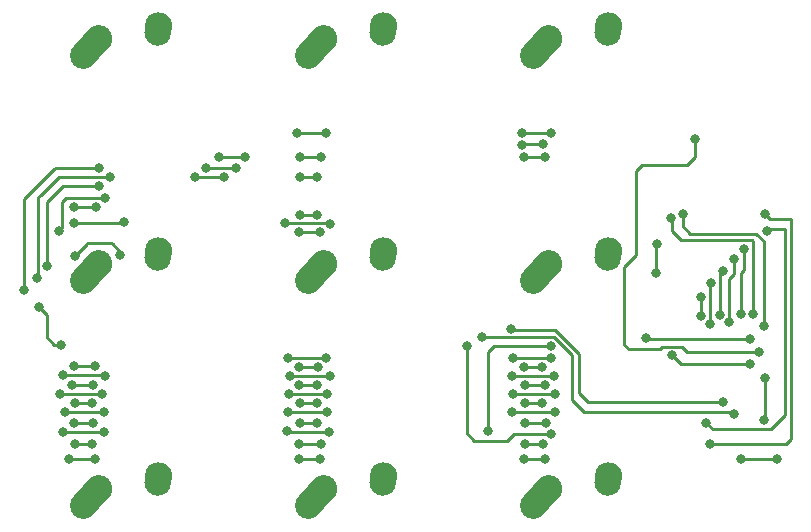
<source format=gbl>
%TF.GenerationSoftware,KiCad,Pcbnew,(6.0.9)*%
%TF.CreationDate,2022-12-29T20:17:03-06:00*%
%TF.ProjectId,Programmable Keys,50726f67-7261-46d6-9d61-626c65204b65,rev?*%
%TF.SameCoordinates,Original*%
%TF.FileFunction,Copper,L2,Bot*%
%TF.FilePolarity,Positive*%
%FSLAX46Y46*%
G04 Gerber Fmt 4.6, Leading zero omitted, Abs format (unit mm)*
G04 Created by KiCad (PCBNEW (6.0.9)) date 2022-12-29 20:17:03*
%MOMM*%
%LPD*%
G01*
G04 APERTURE LIST*
G04 Aperture macros list*
%AMHorizOval*
0 Thick line with rounded ends*
0 $1 width*
0 $2 $3 position (X,Y) of the first rounded end (center of the circle)*
0 $4 $5 position (X,Y) of the second rounded end (center of the circle)*
0 Add line between two ends*
20,1,$1,$2,$3,$4,$5,0*
0 Add two circle primitives to create the rounded ends*
1,1,$1,$2,$3*
1,1,$1,$4,$5*%
G04 Aperture macros list end*
%TA.AperFunction,ComponentPad*%
%ADD10C,2.250000*%
%TD*%
%TA.AperFunction,ComponentPad*%
%ADD11HorizOval,2.250000X0.655001X0.730000X-0.655001X-0.730000X0*%
%TD*%
%TA.AperFunction,ComponentPad*%
%ADD12HorizOval,2.250000X0.020000X0.290000X-0.020000X-0.290000X0*%
%TD*%
%TA.AperFunction,ViaPad*%
%ADD13C,0.800000*%
%TD*%
%TA.AperFunction,Conductor*%
%ADD14C,0.250000*%
%TD*%
G04 APERTURE END LIST*
D10*
%TO.P,MX8,1,COL*%
%TO.N,COL9*%
X184031250Y-96012500D03*
D11*
X183376251Y-96742500D03*
D10*
%TO.P,MX8,2,ROW*%
%TO.N,Net-(D6-Pad2)*%
X189071250Y-94932500D03*
D12*
X189051250Y-95222500D03*
%TD*%
D10*
%TO.P,MX1,1,COL*%
%TO.N,COL8*%
X164981250Y-57912500D03*
D11*
X164326251Y-58642500D03*
D10*
%TO.P,MX1,2,ROW*%
%TO.N,Net-(D1-Pad2)*%
X170021250Y-56832500D03*
D12*
X170001250Y-57122500D03*
%TD*%
D10*
%TO.P,MX9,1,COL*%
%TO.N,COL10*%
X203081250Y-96012500D03*
D11*
X202426251Y-96742500D03*
D12*
%TO.P,MX9,2,ROW*%
%TO.N,Net-(D9-Pad2)*%
X208101250Y-95222500D03*
D10*
X208121250Y-94932500D03*
%TD*%
%TO.P,MX4,1,COL*%
%TO.N,COL8*%
X164981250Y-76962500D03*
D11*
X164326251Y-77692500D03*
D10*
%TO.P,MX4,2,ROW*%
%TO.N,Net-(D2-Pad2)*%
X170021250Y-75882500D03*
D12*
X170001250Y-76172500D03*
%TD*%
D11*
%TO.P,MX3,1,COL*%
%TO.N,COL10*%
X202426251Y-58642500D03*
D10*
X203081250Y-57912500D03*
%TO.P,MX3,2,ROW*%
%TO.N,Net-(D7-Pad2)*%
X208121250Y-56832500D03*
D12*
X208101250Y-57122500D03*
%TD*%
D10*
%TO.P,MX7,1,COL*%
%TO.N,COL8*%
X164981250Y-96012500D03*
D11*
X164326251Y-96742500D03*
D12*
%TO.P,MX7,2,ROW*%
%TO.N,Net-(D3-Pad2)*%
X170001250Y-95222500D03*
D10*
X170021250Y-94932500D03*
%TD*%
D11*
%TO.P,MX2,1,COL*%
%TO.N,COL9*%
X183376251Y-58642500D03*
D10*
X184031250Y-57912500D03*
D12*
%TO.P,MX2,2,ROW*%
%TO.N,Net-(D4-Pad2)*%
X189051250Y-57122500D03*
D10*
X189071250Y-56832500D03*
%TD*%
%TO.P,MX6,1,COL*%
%TO.N,COL10*%
X203081250Y-76962500D03*
D11*
X202426251Y-77692500D03*
D10*
%TO.P,MX6,2,ROW*%
%TO.N,Net-(D8-Pad2)*%
X208121250Y-75882500D03*
D12*
X208101250Y-76172500D03*
%TD*%
D10*
%TO.P,MX5,1,COL*%
%TO.N,COL9*%
X184031250Y-76962500D03*
D11*
X183376251Y-77692500D03*
D10*
%TO.P,MX5,2,ROW*%
%TO.N,Net-(D5-Pad2)*%
X189071250Y-75882500D03*
D12*
X189051250Y-76172500D03*
%TD*%
D13*
%TO.N,ROW5*%
X160528000Y-77187000D03*
X220853000Y-84455000D03*
X215392000Y-66421000D03*
X164973000Y-70358000D03*
X181768750Y-65881250D03*
X200818750Y-65881250D03*
X203200000Y-65881250D03*
X184150000Y-65881250D03*
%TO.N,ROW6*%
X162946750Y-76327000D03*
X213463951Y-84723451D03*
X200025000Y-84931250D03*
X180975000Y-84931250D03*
X220099500Y-85462500D03*
X166751000Y-76200000D03*
X184150000Y-84931250D03*
X203200000Y-84931250D03*
%TO.N,ROW7*%
X221298581Y-90187000D03*
X221361000Y-86614000D03*
%TO.N,VCC*%
X183769000Y-92202000D03*
X181864000Y-92202000D03*
X162941000Y-92202000D03*
X201046750Y-92202000D03*
X221361000Y-72738000D03*
X216662000Y-92202000D03*
X164395750Y-92202000D03*
X202565000Y-92202000D03*
%TO.N,COL3*%
X201046750Y-88773000D03*
X162941000Y-88773000D03*
X218318839Y-81919866D03*
X218694000Y-76581000D03*
X202495750Y-88773000D03*
X183445750Y-88773000D03*
X164395750Y-88773000D03*
X181991000Y-88773000D03*
%TO.N,COL4*%
X203581000Y-88011000D03*
X217551000Y-81280000D03*
X217805000Y-77597000D03*
X200025000Y-87973500D03*
X184277000Y-87973500D03*
X165189500Y-87973500D03*
X181096161Y-87973500D03*
X161671000Y-87973500D03*
%TO.N,GND*%
X203212723Y-91342687D03*
X183642000Y-74295000D03*
X162814000Y-72136000D03*
X181864000Y-74295000D03*
X196088000Y-83947000D03*
X164719000Y-72136000D03*
%TO.N,COL5*%
X216667839Y-82046866D03*
X164465000Y-87249000D03*
X162687000Y-87249000D03*
X181864000Y-87249000D03*
X183445750Y-87249000D03*
X202692000Y-87249000D03*
X201041000Y-87249000D03*
X216789000Y-78613000D03*
%TO.N,COL6*%
X215921093Y-79738000D03*
X165481000Y-86449500D03*
X199898000Y-86449500D03*
X203454000Y-86487000D03*
X184531000Y-86487000D03*
X181102000Y-86449500D03*
X161925000Y-86360000D03*
X215900000Y-81407000D03*
%TO.N,COL0*%
X161925000Y-91186000D03*
X197866000Y-91148500D03*
X212217000Y-75311000D03*
X184404000Y-91186000D03*
X203200000Y-83931747D03*
X165354000Y-91186000D03*
X212090000Y-77724000D03*
X180848000Y-91148500D03*
%TO.N,COL1*%
X221511273Y-74187000D03*
X202819000Y-90424000D03*
X201041000Y-90424000D03*
X183445750Y-90424000D03*
X164465000Y-90424000D03*
X216403701Y-90419701D03*
X181996750Y-90424000D03*
X162814000Y-90424000D03*
%TO.N,COL2*%
X219583000Y-75738000D03*
X219329000Y-81187000D03*
X184277000Y-89535000D03*
X165354000Y-89497500D03*
X203581000Y-89535000D03*
X199898000Y-89535000D03*
X180975000Y-89535000D03*
X162052000Y-89497500D03*
%TO.N,COL7*%
X181864000Y-85725000D03*
X183515000Y-85725000D03*
X200914000Y-85725000D03*
X162814000Y-85598000D03*
X202495750Y-85725000D03*
X164592000Y-85598000D03*
%TO.N,COL8*%
X200914000Y-67945000D03*
X159893000Y-80645000D03*
X177292000Y-67945000D03*
X181991000Y-67945000D03*
X175124400Y-67945000D03*
X220346667Y-81187000D03*
X213419200Y-73084200D03*
X161760500Y-83820000D03*
X202692000Y-67945000D03*
X183769000Y-67945000D03*
%TO.N,COL9*%
X200784305Y-66880159D03*
X202565000Y-66802000D03*
X164973000Y-68834000D03*
X221234000Y-82187000D03*
X176530000Y-68834000D03*
X173990000Y-68871500D03*
X214376000Y-72738000D03*
X158623000Y-79187000D03*
%TO.N,COL10*%
X173101000Y-69596000D03*
X159720638Y-78187000D03*
X181996750Y-69596000D03*
X220053500Y-83312000D03*
X211323701Y-83222500D03*
X183445750Y-69596000D03*
X175518299Y-69600299D03*
X165862000Y-69596000D03*
%TO.N,ROW8*%
X217805000Y-88646000D03*
X199879000Y-82460500D03*
X183445750Y-72808500D03*
X181991000Y-72808500D03*
X165481000Y-71374000D03*
X161544000Y-74187000D03*
%TO.N,ROW9*%
X197358000Y-83185000D03*
X184531000Y-73570500D03*
X180721000Y-73533000D03*
X162814000Y-73533000D03*
X218694000Y-89662000D03*
X167072800Y-73465200D03*
%TO.N,+5V*%
X200914000Y-93472000D03*
X181864000Y-93472000D03*
X162433000Y-93472000D03*
X222377000Y-93472000D03*
X183642000Y-93472000D03*
X202692000Y-93472000D03*
X219329000Y-93472000D03*
X164592000Y-93472000D03*
%TD*%
D14*
%TO.N,ROW5*%
X210439000Y-76199232D02*
X210439000Y-69088000D01*
X214757000Y-84455000D02*
X214300451Y-83998451D01*
X184150000Y-65881250D02*
X181768750Y-65881250D01*
X161290000Y-70993000D02*
X161925000Y-70358000D01*
X209411249Y-83808249D02*
X209411249Y-77226983D01*
X209804000Y-84201000D02*
X209411249Y-83808249D01*
X214757000Y-68580000D02*
X215392000Y-67945000D01*
X165227000Y-70358000D02*
X164973000Y-70358000D01*
X203200000Y-65881250D02*
X200818750Y-65881250D01*
X160528000Y-77187000D02*
X160528000Y-71755000D01*
X209411249Y-77226983D02*
X210439000Y-76199232D01*
X212673549Y-83998451D02*
X212471000Y-84201000D01*
X210439000Y-69088000D02*
X210947000Y-68580000D01*
X220853000Y-84455000D02*
X214757000Y-84455000D01*
X160528000Y-71755000D02*
X161290000Y-70993000D01*
X214300451Y-83998451D02*
X212673549Y-83998451D01*
X210947000Y-68580000D02*
X214757000Y-68580000D01*
X161925000Y-70358000D02*
X164973000Y-70358000D01*
X212471000Y-84201000D02*
X209804000Y-84201000D01*
X215392000Y-67945000D02*
X215392000Y-66421000D01*
%TO.N,ROW6*%
X166751000Y-75946000D02*
X166751000Y-76200000D01*
X165989000Y-75184000D02*
X166116000Y-75311000D01*
X162946750Y-76327000D02*
X163957000Y-75316750D01*
X203200000Y-84931250D02*
X200025000Y-84931250D01*
X166116000Y-75311000D02*
X166751000Y-75946000D01*
X163957000Y-75316750D02*
X163957000Y-75184000D01*
X214203000Y-85462500D02*
X213463951Y-84723451D01*
X163957000Y-75184000D02*
X165989000Y-75184000D01*
X220099500Y-85462500D02*
X214203000Y-85462500D01*
X184150000Y-84931250D02*
X180975000Y-84931250D01*
%TO.N,ROW7*%
X221315581Y-90170000D02*
X221298581Y-90187000D01*
X221361000Y-86614000D02*
X221361000Y-90170000D01*
X221361000Y-90170000D02*
X221315581Y-90170000D01*
%TO.N,VCC*%
X181864000Y-92202000D02*
X183769000Y-92202000D01*
X223520000Y-91821000D02*
X223139000Y-92202000D01*
X221361000Y-72738000D02*
X221775000Y-73152000D01*
X162941000Y-92202000D02*
X164395750Y-92202000D01*
X221775000Y-73152000D02*
X223520000Y-73152000D01*
X223139000Y-92202000D02*
X216662000Y-92202000D01*
X223520000Y-73152000D02*
X223520000Y-91821000D01*
X201046750Y-92202000D02*
X202565000Y-92202000D01*
%TO.N,COL3*%
X218694000Y-77851000D02*
X218694000Y-76581000D01*
X201046750Y-88773000D02*
X202495750Y-88773000D01*
X218318839Y-78237839D02*
X218318839Y-78226161D01*
X218318839Y-78226161D02*
X218694000Y-77851000D01*
X218318839Y-81919866D02*
X218318839Y-78237839D01*
X218318839Y-78237839D02*
X218313000Y-78232000D01*
X181991000Y-88773000D02*
X183445750Y-88773000D01*
X162941000Y-88773000D02*
X164395750Y-88773000D01*
%TO.N,COL4*%
X203543500Y-87973500D02*
X203581000Y-88011000D01*
X181096161Y-87973500D02*
X184277000Y-87973500D01*
X161671000Y-87973500D02*
X165189500Y-87973500D01*
X200025000Y-87973500D02*
X203543500Y-87973500D01*
X217551000Y-77851000D02*
X217805000Y-77597000D01*
X217551000Y-81280000D02*
X217551000Y-77851000D01*
%TO.N,GND*%
X196088000Y-91313000D02*
X196088000Y-83947000D01*
X183642000Y-74295000D02*
X181864000Y-74295000D01*
X200122313Y-91342687D02*
X203212723Y-91342687D01*
X200122313Y-91342687D02*
X199517000Y-91948000D01*
X164719000Y-72136000D02*
X162814000Y-72136000D01*
X196723000Y-91948000D02*
X196088000Y-91313000D01*
X199517000Y-91948000D02*
X196723000Y-91948000D01*
%TO.N,COL5*%
X162687000Y-87249000D02*
X164465000Y-87249000D01*
X181864000Y-87249000D02*
X183445750Y-87249000D01*
X216667839Y-78734161D02*
X216789000Y-78613000D01*
X201041000Y-87249000D02*
X202692000Y-87249000D01*
X216667839Y-82046866D02*
X216667839Y-78734161D01*
%TO.N,COL6*%
X184493500Y-86449500D02*
X184531000Y-86487000D01*
X215900000Y-79759093D02*
X215900000Y-81407000D01*
X181102000Y-86449500D02*
X184493500Y-86449500D01*
X199935500Y-86487000D02*
X203454000Y-86487000D01*
X161925000Y-86360000D02*
X165391500Y-86360000D01*
X165391500Y-86360000D02*
X165481000Y-86449500D01*
X215921093Y-79738000D02*
X215900000Y-79759093D01*
X199898000Y-86449500D02*
X199935500Y-86487000D01*
%TO.N,COL0*%
X212090000Y-77724000D02*
X212090000Y-75438000D01*
X161925000Y-91186000D02*
X165354000Y-91186000D01*
X180848000Y-91148500D02*
X180885500Y-91186000D01*
X212090000Y-75438000D02*
X212217000Y-75311000D01*
X203200000Y-83947000D02*
X203200000Y-83931747D01*
X198374000Y-83947000D02*
X197866000Y-84455000D01*
X180885500Y-91186000D02*
X184404000Y-91186000D01*
X203200000Y-83931747D02*
X203184747Y-83947000D01*
X203184747Y-83947000D02*
X198374000Y-83947000D01*
X197866000Y-84455000D02*
X197866000Y-91148500D01*
%TO.N,COL1*%
X216403701Y-90419701D02*
X216916000Y-90932000D01*
X162814000Y-90424000D02*
X164465000Y-90424000D01*
X201041000Y-90424000D02*
X202819000Y-90424000D01*
X221511273Y-74187000D02*
X221657273Y-74041000D01*
X221869000Y-90932000D02*
X222631000Y-90170000D01*
X223070000Y-74041000D02*
X223070000Y-89731000D01*
X222377000Y-90424000D02*
X222631000Y-90170000D01*
X216916000Y-90932000D02*
X221869000Y-90932000D01*
X223070000Y-89731000D02*
X222631000Y-90170000D01*
X221657273Y-74041000D02*
X223070000Y-74041000D01*
X181996750Y-90424000D02*
X183445750Y-90424000D01*
%TO.N,COL2*%
X180975000Y-89535000D02*
X184277000Y-89535000D01*
X219329000Y-81187000D02*
X219329000Y-77724000D01*
X162052000Y-89497500D02*
X165354000Y-89497500D01*
X199898000Y-89535000D02*
X203581000Y-89535000D01*
X219329000Y-77724000D02*
X219583000Y-77470000D01*
X219583000Y-77470000D02*
X219583000Y-75738000D01*
%TO.N,COL7*%
X202495750Y-85725000D02*
X200914000Y-85725000D01*
X164592000Y-85598000D02*
X162814000Y-85598000D01*
X183515000Y-85725000D02*
X181864000Y-85725000D01*
%TO.N,COL8*%
X220345000Y-75057000D02*
X220218000Y-74930000D01*
X159893000Y-80645000D02*
X160528000Y-81280000D01*
X219837000Y-74930000D02*
X218694000Y-74930000D01*
X213487000Y-73279000D02*
X213487000Y-73152000D01*
X213487000Y-73152000D02*
X213419200Y-73084200D01*
X218694000Y-74930000D02*
X214249000Y-74930000D01*
X220345000Y-81185333D02*
X220345000Y-75057000D01*
X160528000Y-83185000D02*
X161163000Y-83820000D01*
X160528000Y-81280000D02*
X160528000Y-83185000D01*
X161163000Y-83820000D02*
X161760500Y-83820000D01*
X177292000Y-67945000D02*
X175124400Y-67945000D01*
X202692000Y-67945000D02*
X200914000Y-67945000D01*
X213995000Y-74676000D02*
X213487000Y-74168000D01*
X220218000Y-74930000D02*
X219837000Y-74930000D01*
X183769000Y-67945000D02*
X181991000Y-67945000D01*
X213487000Y-74168000D02*
X213487000Y-73279000D01*
X214249000Y-74930000D02*
X213995000Y-74676000D01*
X220346667Y-81187000D02*
X220345000Y-81185333D01*
%TO.N,COL9*%
X200862464Y-66802000D02*
X200784305Y-66880159D01*
X161290000Y-68834000D02*
X164973000Y-68834000D01*
X214376000Y-73787000D02*
X215011000Y-74422000D01*
X215011000Y-74422000D02*
X220599000Y-74422000D01*
X174027500Y-68834000D02*
X176530000Y-68834000D01*
X220599000Y-74422000D02*
X221234000Y-75057000D01*
X214376000Y-72738000D02*
X214376000Y-73787000D01*
X161163000Y-68961000D02*
X161290000Y-68834000D01*
X158623000Y-71501000D02*
X161163000Y-68961000D01*
X221234000Y-75057000D02*
X221234000Y-82187000D01*
X158623000Y-79187000D02*
X158623000Y-71501000D01*
X202565000Y-66802000D02*
X200862464Y-66802000D01*
X173990000Y-68871500D02*
X174027500Y-68834000D01*
%TO.N,COL10*%
X181996750Y-69596000D02*
X183445750Y-69596000D01*
X160020000Y-71120000D02*
X161290000Y-69850000D01*
X173101000Y-69596000D02*
X175387000Y-69596000D01*
X161544000Y-69596000D02*
X165862000Y-69596000D01*
X159803000Y-71337000D02*
X160020000Y-71120000D01*
X159720638Y-78187000D02*
X159803000Y-78104638D01*
X211328000Y-83226799D02*
X211323701Y-83222500D01*
X211328000Y-83312000D02*
X211328000Y-83226799D01*
X161290000Y-69850000D02*
X161544000Y-69596000D01*
X220053500Y-83312000D02*
X211328000Y-83312000D01*
X159803000Y-78104638D02*
X159803000Y-71337000D01*
%TO.N,ROW8*%
X161544000Y-74168000D02*
X161544000Y-74187000D01*
X161798000Y-71755000D02*
X161798000Y-73914000D01*
X162179000Y-71374000D02*
X161798000Y-71755000D01*
X161798000Y-73914000D02*
X161544000Y-74168000D01*
X205613000Y-84582000D02*
X203581000Y-82550000D01*
X203581000Y-82550000D02*
X200533000Y-82550000D01*
X165481000Y-71374000D02*
X162179000Y-71374000D01*
X217805000Y-88646000D02*
X206375000Y-88646000D01*
X183445750Y-72808500D02*
X181991000Y-72808500D01*
X206375000Y-88646000D02*
X205613000Y-87884000D01*
X200533000Y-82550000D02*
X199968500Y-82550000D01*
X199968500Y-82550000D02*
X199879000Y-82460500D01*
X205613000Y-87884000D02*
X205613000Y-84582000D01*
%TO.N,ROW9*%
X205994000Y-89535000D02*
X218694000Y-89535000D01*
X204978000Y-84963000D02*
X204978000Y-88519000D01*
X184493500Y-73533000D02*
X184531000Y-73570500D01*
X204978000Y-88519000D02*
X205994000Y-89535000D01*
X162814000Y-73533000D02*
X167005000Y-73533000D01*
X167005000Y-73533000D02*
X167072800Y-73465200D01*
X218694000Y-89535000D02*
X218694000Y-89662000D01*
X180721000Y-73533000D02*
X184493500Y-73533000D01*
X203478558Y-83185000D02*
X204978000Y-84684442D01*
X203454000Y-83185000D02*
X203478558Y-83185000D01*
X204978000Y-84684442D02*
X204978000Y-84963000D01*
X202819000Y-83185000D02*
X203454000Y-83185000D01*
X197358000Y-83185000D02*
X202819000Y-83185000D01*
%TO.N,+5V*%
X164592000Y-93472000D02*
X162433000Y-93472000D01*
X183642000Y-93472000D02*
X181864000Y-93472000D01*
X202692000Y-93472000D02*
X200914000Y-93472000D01*
X222377000Y-93472000D02*
X219329000Y-93472000D01*
%TD*%
M02*

</source>
